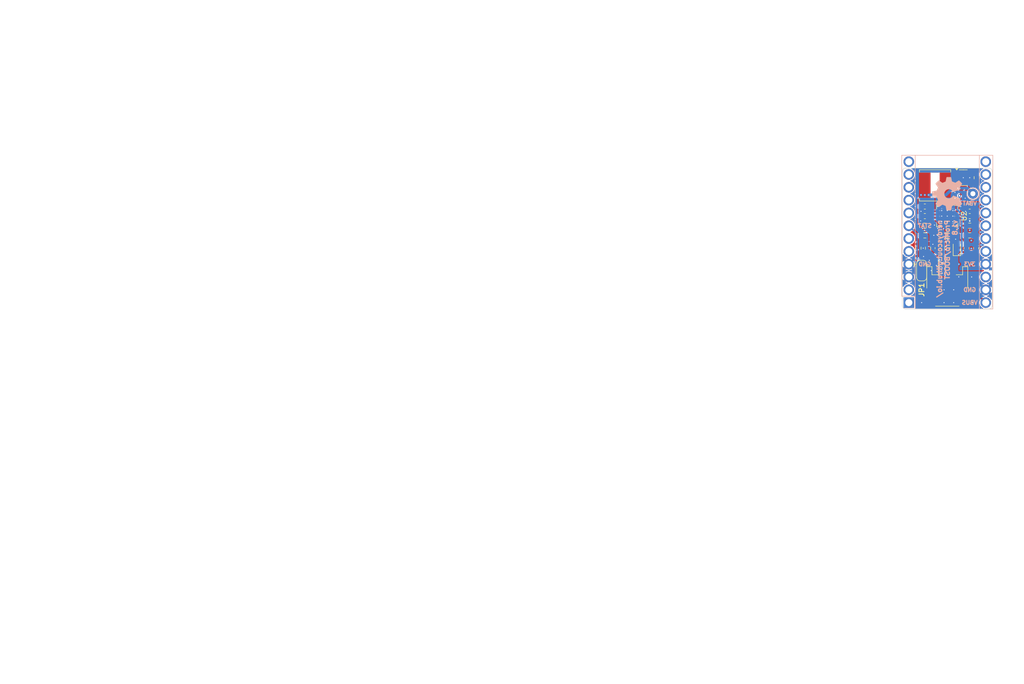
<source format=kicad_pcb>
(kicad_pcb (version 20240108) (generator "pcbnew") (generator_version "8.0")
  (title_block (title "ProMicro_BOOST") (date "2025-01-05") (rev "v1.8") (company "Stefan Herold") (comment 1 "CERN-OHL-S-2.0"))
  (layers (0 "F.Cu" mixed) (1 "In1.Cu" power) (2 "In2.Cu" power) (31 "B.Cu" mixed) (34 "B.Paste" user) (35 "F.Paste" user) (36 "B.SilkS" user "B.Silkscreen") (37 "F.SilkS" user "F.Silkscreen") (38 "B.Mask" user) (39 "F.Mask" user) (44 "Edge.Cuts" user))
  (net 0 "")
  (net 1 "GND")
  (net 2 "Net-(L1-Pad2)")
  (net 3 "Net-(D1-K)")
  (net 4 "Net-(D1-A)")
  (net 5 "+3V3")
  (net 6 "Net-(JP1-A)")
  (net 7 "Net-(U1-PROG)")
  (net 8 "/EN")
  (net 9 "/VBAT")
  (net 10 "STAT")
  (net 11 "VBUS")
  (net 12 "LBO")
  (net 13 "Net-(U2-LBI)")
  (net 14 "Net-(U2-FB)")
  (footprint "Resistor_SMD:R_0603_1608Metric" (layer "F.Cu") (at 217.183 74.14 -90)
    (property "Reference" "R1" (hide yes))
    (property "Value" "390k" (hide yes))
    (fp_line (start -0.237258 0.5225) (end 0.237258 0.5225) (stroke (width 0.12)) (layer "F.SilkS"))
    (fp_line (start -0.237258 -0.5225) (end 0.237258 -0.5225) (stroke (width 0.12)) (layer "F.SilkS"))
    (pad "1" smd roundrect (at -0.825 0 270) (size 0.8 0.95) (layers "F.Cu" "F.Paste" "F.Mask") (net 9 "/VBAT"))
    (pad "2" smd roundrect (at 0.825 0 270) (size 0.8 0.95) (layers "F.Cu" "F.Paste" "F.Mask") (net 6 "Net-(JP1-A)"))
  )
  (footprint "Fuse:Fuse_0603_1608Metric" (layer "F.Cu") (at 220.993 74.14 90)
    (property "Reference" "F1" (hide yes))
    (property "Value" "500mA" (hide yes))
    (fp_line (start -0.162779 -0.51) (end 0.162779 -0.51) (stroke (width 0.12)) (layer "F.SilkS"))
    (fp_line (start -0.162779 0.51) (end 0.162779 0.51) (stroke (width 0.12)) (layer "F.SilkS"))
    (pad "1" smd roundrect (at -0.7875 0 90) (size 0.875 0.95) (layers "F.Cu" "F.Paste" "F.Mask") (net 11 "VBUS"))
    (pad "2" smd roundrect (at 0.7875 0 90) (size 0.875 0.95) (layers "F.Cu" "F.Paste" "F.Mask") (net 4 "Net-(D1-A)"))
  )
  (footprint "Resistor_SMD:R_0603_1608Metric" (layer "F.Cu") (at 216.548 71.6 180)
    (property "Reference" "R5" (hide yes))
    (property "Value" "2.4M" (hide yes))
    (fp_line (start -0.237258 0.5225) (end 0.237258 0.5225) (stroke (width 0.12)) (layer "F.SilkS"))
    (fp_line (start -0.237258 -0.5225) (end 0.237258 -0.5225) (stroke (width 0.12)) (layer "F.SilkS"))
    (pad "1" smd roundrect (at -0.825 0 180) (size 0.8 0.95) (layers "F.Cu" "F.Paste" "F.Mask") (net 9 "/VBAT"))
    (pad "2" smd roundrect (at 0.825 0 180) (size 0.8 0.95) (layers "F.Cu" "F.Paste" "F.Mask") (net 13 "Net-(U2-LBI)"))
  )
  (footprint "Jumper:SolderJumper-3_P1.3mm_Open_RoundedPad1.0x1.5mm" (layer "F.Cu") (at 215.913 78.585 -90)
    (property "Reference" "JP1" (at 3.81 0 90) (layer "F.SilkS") (effects (font (thickness 0.2))))
    (property "Value" "SolderJumper_3_Open" (hide yes))
    (fp_line (start -1.5 1.5) (end -0.9 1.5) (stroke (width 0.12)) (layer "F.SilkS"))
    (fp_line (start -1.2 1.2) (end -1.5 1.5) (stroke (width 0.12)) (layer "F.SilkS"))
    (fp_line (start -1.2 1.2) (end -0.9 1.5) (stroke (width 0.12)) (layer "F.SilkS"))
    (fp_line (start 1.4 1) (end -1.4 1) (stroke (width 0.12)) (layer "F.SilkS"))
    (fp_line (start -2.05 0.3) (end -2.05 -0.3) (stroke (width 0.12)) (layer "F.SilkS"))
    (fp_line (start 2.05 -0.3) (end 2.05 0.3) (stroke (width 0.12)) (layer "F.SilkS"))
    (fp_line (start -1.4 -1) (end 1.4 -1) (stroke (width 0.12)) (layer "F.SilkS"))
    (fp_arc (start -1.35 1) (mid -1.844975 0.794975) (end -2.05 0.3) (stroke (width 0.12)) (layer "F.SilkS"))
    (fp_arc (start 2.05 0.3) (mid 1.844975 0.794975) (end 1.35 1) (stroke (width 0.12)) (layer "F.SilkS"))
    (fp_arc (start -2.05 -0.3) (mid -1.844975 -0.794975) (end -1.35 -1) (stroke (width 0.12)) (layer "F.SilkS"))
    (fp_arc (start 1.35 -1) (mid 1.844975 -0.794975) (end 2.05 -0.3) (stroke (width 0.12)) (layer "F.SilkS"))
    (pad "1" smd custom (at -1.3 0 270) (size 1 0.5) (layers "F.Cu" "F.Mask") (net 6 "Net-(JP1-A)") (options (clearance outline) (anchor rect)) (primitives (gr_circle (center 0 0.25) (end 0.5 0.25) (width 0) (fill yes)) (gr_circle (center 0 -0.25) (end 0.5 -0.25) (width 0) (fill yes)) (gr_poly (pts (xy 0.55 0.75) (xy 0 0.75) (xy 0 -0.75) (xy 0.55 -0.75)) (width 0) (fill yes))))
    (pad "2" smd rect (at 0 0 270) (size 1 1.5) (layers "F.Cu" "F.Mask") (net 10 "STAT"))
    (pad "3" smd custom (at 1.3 0 270) (size 1 0.5) (layers "F.Cu" "F.Mask") (net 12 "LBO") (options (clearance outline) (anchor rect)) (primitives (gr_circle (center 0 0.25) (end 0.5 0.25) (width 0) (fill yes)) (gr_circle (center 0 -0.25) (end 0.5 -0.25) (width 0) (fill yes)) (gr_poly (pts (xy 0 0.75) (xy -0.55 0.75) (xy -0.55 -0.75) (xy 0 -0.75)) (width 0) (fill yes))))
  )
  (footprint "Package_DFN_QFN:Texas_RSA_VQFN-16-1EP_4x4mm_P0.65mm_EP2.7x2.7mm_ThermalVias" (layer "F.Cu") (at 220.993 67.79 -90)
    (property "Reference" "U2" (at 0 -3.33 90) (layer "F.SilkS"))
    (property "Value" "TPS61090")
    (fp_line (start -2.11 2.11) (end -2.11 1.41) (stroke (width 0.12)) (layer "F.SilkS"))
    (fp_line (start -1.41 2.11) (end -2.11 2.11) (stroke (width 0.12)) (layer "F.SilkS"))
    (fp_line (start 1.41 2.11) (end 2.11 2.11) (stroke (width 0.12)) (layer "F.SilkS"))
    (fp_line (start 2.11 2.11) (end 2.11 1.41) (stroke (width 0.12)) (layer "F.SilkS"))
    (fp_line (start -2.11 -1.41) (end -2.11 -1.87) (stroke (width 0.12)) (layer "F.SilkS"))
    (fp_line (start -1.41 -2.11) (end -1.81 -2.11) (stroke (width 0.12)) (layer "F.SilkS"))
    (fp_line (start 1.41 -2.11) (end 2.11 -2.11) (stroke (width 0.12)) (layer "F.SilkS"))
    (fp_line (start 2.11 -2.11) (end 2.11 -1.41) (stroke (width 0.12)) (layer "F.SilkS"))
    (fp_poly (pts (xy -2.11 -2.11) (xy -2.35 -2.44) (xy -1.87 -2.44) (xy -2.11 -2.11)) (stroke (width 0.12)) (fill solid) (layer "F.SilkS"))
    (pad "1" smd roundrect (at -1.9625 -0.975 270) (size 0.825 0.35) (layers "F.Cu" "F.Paste" "F.Mask") (net 5 "+3V3"))
    (pad "2" smd roundrect (at -1.9625 -0.325 270) (size 0.825 0.35) (layers "F.Cu" "F.Paste" "F.Mask"))
    (pad "3" smd roundrect (at -1.9625 0.325 270) (size 0.825 0.35) (layers "F.Cu" "F.Paste" "F.Mask") (net 2 "Net-(L1-Pad2)"))
    (pad "4" smd roundrect (at -1.9625 0.975 270) (size 0.825 0.35) (layers "F.Cu" "F.Paste" "F.Mask") (net 2 "Net-(L1-Pad2)"))
    (pad "5" smd roundrect (at -0.975 1.9625 270) (size 0.35 0.825) (layers "F.Cu" "F.Paste" "F.Mask") (net 1 "GND"))
    (pad "6" smd roundrect (at -0.325 1.9625 270) (size 0.35 0.825) (layers "F.Cu" "F.Paste" "F.Mask") (net 1 "GND"))
    (pad "7" smd roundrect (at 0.325 1.9625 270) (size 0.35 0.825) (layers "F.Cu" "F.Paste" "F.Mask") (net 1 "GND"))
    (pad "8" smd roundrect (at 0.975 1.9625 270) (size 0.35 0.825) (layers "F.Cu" "F.Paste" "F.Mask") (net 9 "/VBAT"))
    (pad "9" smd roundrect (at 1.9625 0.975 270) (size 0.825 0.35) (layers "F.Cu" "F.Paste" "F.Mask") (net 13 "Net-(U2-LBI)"))
    (pad "10" smd roundrect (at 1.9625 0.325 270) (size 0.825 0.35) (layers "F.Cu" "F.Paste" "F.Mask") (net 1 "GND"))
    (pad "11" smd roundrect (at 1.9625 -0.325 270) (size 0.825 0.35) (layers "F.Cu" "F.Paste" "F.Mask") (net 8 "/EN"))
    (pad "12" smd roundrect (at 1.9625 -0.975 270) (size 0.825 0.35) (layers "F.Cu" "F.Paste" "F.Mask") (net 12 "LBO"))
    (pad "13" smd roundrect (at 0.975 -1.9625 270) (size 0.35 0.825) (layers "F.Cu" "F.Paste" "F.Mask") (net 1 "GND"))
    (pad "14" smd roundrect (at 0.325 -1.9625 270) (size 0.35 0.825) (layers "F.Cu" "F.Paste" "F.Mask") (net 14 "Net-(U2-FB)"))
    (pad "15" smd roundrect (at -0.325 -1.9625 270) (size 0.35 0.825) (layers "F.Cu" "F.Paste" "F.Mask") (net 5 "+3V3"))
    (pad "16" smd roundrect (at -0.975 -1.9625 270) (size 0.35 0.825) (layers "F.Cu" "F.Paste" "F.Mask") (net 5 "+3V3"))
    (pad "17" thru_hole circle (at -1.1 -1.1 270) (size 0.5 0.5) (drill 0.2) (property pad_prop_heatsink) (layers "*.Cu") (net 1 "GND"))
    (pad "17" thru_hole circle (at -1.1 0 270) (size 0.5 0.5) (drill 0.2) (property pad_prop_heatsink) (layers "*.Cu") (net 1 "GND"))
    (pad "17" thru_hole circle (at -1.1 1.1 270) (size 0.5 0.5) (drill 0.2) (property pad_prop_heatsink) (layers "*.Cu") (net 1 "GND"))
    (pad "17" thru_hole circle (at 0 -1.1 270) (size 0.5 0.5) (drill 0.2) (property pad_prop_heatsink) (layers "*.Cu") (net 1 "GND"))
    (pad "17" thru_hole circle (at 0 0 270) (size 0.5 0.5) (drill 0.2) (property pad_prop_heatsink) (layers "*.Cu") (net 1 "GND"))
    (pad "17" smd rect (at 0 0 270) (size 2.7 2.7) (property pad_prop_heatsink) (layers "F.Cu" "F.Mask") (net 1 "GND"))
    (pad "17" smd rect (at 0 0 270) (size 2.7 2.7) (property pad_prop_heatsink) (layers "B.Cu") (net 1 "GND"))
    (pad "17" thru_hole circle (at 0 1.1 270) (size 0.5 0.5) (drill 0.2) (property pad_prop_heatsink) (layers "*.Cu") (net 1 "GND"))
    (pad "17" thru_hole circle (at 1.1 -1.1 270) (size 0.5 0.5) (drill 0.2) (property pad_prop_heatsink) (layers "*.Cu") (net 1 "GND"))
    (pad "17" thru_hole circle (at 1.1 0 270) (size 0.5 0.5) (drill 0.2) (property pad_prop_heatsink) (layers "*.Cu") (net 1 "GND"))
    (pad "17" thru_hole circle (at 1.1 1.1 270) (size 0.5 0.5) (drill 0.2) (property pad_prop_heatsink) (layers "*.Cu") (net 1 "GND"))
  )
  (footprint "Resistor_SMD:R_0603_1608Metric" (layer "F.Cu") (at 220.993 71.6 180)
    (property "Reference" "R4" (hide yes))
    (property "Value" "200k" (hide yes))
    (fp_line (start -0.237258 0.5225) (end 0.237258 0.5225) (stroke (width 0.12)) (layer "F.SilkS"))
    (fp_line (start -0.237258 -0.5225) (end 0.237258 -0.5225) (stroke (width 0.12)) (layer "F.SilkS"))
    (pad "1" smd roundrect (at -0.825 0 180) (size 0.8 0.95) (layers "F.Cu" "F.Paste" "F.Mask") (net 8 "/EN"))
    (pad "2" smd roundrect (at 0.825 0 180) (size 0.8 0.95) (layers "F.Cu" "F.Paste" "F.Mask") (net 9 "/VBAT"))
  )
  (footprint "Resistor_SMD:R_0603_1608Metric" (layer "F.Cu") (at 225.438 69.695 180)
    (property "Reference" "R7" (hide yes))
    (property "Value" "1.1M" (hide yes))
    (fp_line (start -0.237258 0.5225) (end 0.237258 0.5225) (stroke (width 0.12)) (layer "F.SilkS"))
    (fp_line (start -0.237258 -0.5225) (end 0.237258 -0.5225) (stroke (width 0.12)) (layer "F.SilkS"))
    (pad "1" smd roundrect (at -0.825 0 180) (size 0.8 0.95) (layers "F.Cu" "F.Paste" "F.Mask") (net 5 "+3V3"))
    (pad "2" smd roundrect (at 0.825 0 180) (size 0.8 0.95) (layers "F.Cu" "F.Paste" "F.Mask") (net 14 "Net-(U2-FB)"))
  )
  (footprint "Resistor_SMD:R_0603_1608Metric" (layer "F.Cu") (at 215.278 74.14 90)
    (property "Reference" "R2" (hide yes))
    (property "Value" "390k" (hide yes))
    (fp_line (start -0.237258 -0.5225) (end 0.237258 -0.5225) (stroke (width 0.12)) (layer "F.SilkS"))
    (fp_line (start -0.237258 0.5225) (end 0.237258 0.5225) (stroke (width 0.12)) (layer "F.SilkS"))
    (pad "1" smd roundrect (at -0.825 0 90) (size 0.8 0.95) (layers "F.Cu" "F.Paste" "F.Mask") (net 6 "Net-(JP1-A)"))
    (pad "2" smd roundrect (at 0.825 0 90) (size 0.8 0.95) (layers "F.Cu" "F.Paste" "F.Mask") (net 1 "GND"))
  )
  (footprint "Diode_SMD:D_0603_1608Metric" (layer "F.Cu") (at 222.898 74.14 90)
    (property "Reference" "D1" (hide yes))
    (property "Value" "D" (hide yes))
    (fp_line (start 0.8 -0.735) (end -1.485 -0.735) (stroke (width 0.12)) (layer "F.SilkS"))
    (fp_line (start -1.485 -0.735) (end -1.485 0.735) (stroke (width 0.12)) (layer "F.SilkS"))
    (fp_line (start -1.485 0.735) (end 0.8 0.735) (stroke (width 0.12)) (layer "F.SilkS"))
    (pad "1" smd roundrect (at -0.7875 0 90) (size 0.875 0.95) (layers "F.Cu" "F.Paste" "F.Mask") (net 3 "Net-(D1-K)"))
    (pad "2" smd roundrect (at 0.7875 0 90) (size 0.875 0.95) (layers "F.Cu" "F.Paste" "F.Mask") (net 4 "Net-(D1-A)"))
  )
  (footprint "Resistor_SMD:R_0603_1608Metric" (layer "F.Cu") (at 216.548 69.695)
    (property "Reference" "R6" (hide yes))
    (property "Value" "390k" (hide yes))
    (fp_line (start -0.237258 -0.5225) (end 0.237258 -0.5225) (stroke (width 0.12)) (layer "F.SilkS"))
    (fp_line (start -0.237258 0.5225) (end 0.237258 0.5225) (stroke (width 0.12)) (layer "F.SilkS"))
    (pad "1" smd roundrect (at -0.825 0) (size 0.8 0.95) (layers "F.Cu" "F.Paste" "F.Mask") (net 13 "Net-(U2-LBI)"))
    (pad "2" smd roundrect (at 0.825 0) (size 0.8 0.95) (layers "F.Cu" "F.Paste" "F.Mask") (net 1 "GND"))
  )
  (footprint "Capacitor_SMD:C_0603_1608Metric" (layer "F.Cu") (at 226.708 74.14 -90)
    (property "Reference" "C2" (hide yes))
    (property "Value" "100n" (hide yes))
    (fp_line (start -0.14058 0.51) (end 0.14058 0.51) (stroke (width 0.12)) (layer "F.SilkS"))
    (fp_line (start -0.14058 -0.51) (end 0.14058 -0.51) (stroke (width 0.12)) (layer "F.SilkS"))
    (pad "1" smd roundrect (at -0.775 0 270) (size 0.9 0.95) (layers "F.Cu" "F.Paste" "F.Mask") (net 1 "GND"))
    (pad "2" smd roundrect (at 0.775 0 270) (size 0.9 0.95) (layers "F.Cu" "F.Paste" "F.Mask") (net 3 "Net-(D1-K)"))
  )
  (footprint "Capacitor_SMD:C_0603_1608Metric" (layer "F.Cu") (at 224.803 74.14 90)
    (property "Reference" "C1" (hide yes))
    (property "Value" "10µ" (hide yes))
    (fp_line (start -0.14058 -0.51) (end 0.14058 -0.51) (stroke (width 0.12)) (layer "F.SilkS"))
    (fp_line (start -0.14058 0.51) (end 0.14058 0.51) (stroke (width 0.12)) (layer "F.SilkS"))
    (pad "1" smd roundrect (at -0.775 0 90) (size 0.9 0.95) (layers "F.Cu" "F.Paste" "F.Mask") (net 3 "Net-(D1-K)"))
    (pad "2" smd roundrect (at 0.775 0 90) (size 0.9 0.95) (layers "F.Cu" "F.Paste" "F.Mask") (net 1 "GND"))
  )
  (footprint "Capacitor_SMD:C_0603_1608Metric" (layer "F.Cu") (at 225.438 67.79)
    (property "Reference" "C7" (hide yes))
    (property "Value" "4.7µ" (hide yes))
    (fp_line (start -0.14058 -0.51) (end 0.14058 -0.51) (stroke (width 0.12)) (layer "F.SilkS"))
    (fp_line (start -0.14058 0.51) (end 0.14058 0.51) (stroke (width 0.12)) (layer "F.SilkS"))
    (pad "1" smd roundrect (at -0.775 0) (size 0.9 0.95) (layers "F.Cu" "F.Paste" "F.Mask") (net 5 "+3V3"))
    (pad "2" smd roundrect (at 0.775 0) (size 0.9 0.95) (layers "F.Cu" "F.Paste" "F.Mask") (net 1 "GND"))
  )
  (footprint "Capacitor_SMD:C_0603_1608Metric" (layer "F.Cu") (at 219.088 74.14 -90)
    (property "Reference" "C5" (hide yes))
    (property "Value" "100n" (hide yes))
    (fp_line (start -0.14058 0.51) (end 0.14058 0.51) (stroke (width 0.12)) (layer "F.SilkS"))
    (fp_line (start -0.14058 -0.51) (end 0.14058 -0.51) (stroke (width 0.12)) (layer "F.SilkS"))
    (pad "1" smd roundrect (at -0.775 0 270) (size 0.9 0.95) (layers "F.Cu" "F.Paste" "F.Mask") (net 9 "/VBAT"))
    (pad "2" smd roundrect (at 0.775 0 270) (size 0.9 0.95) (layers "F.Cu" "F.Paste" "F.Mask") (net 1 "GND"))
  )
  (footprint "Capacitor_SMD:C_0603_1608Metric" (layer "F.Cu") (at 225.438 65.885)
    (property "Reference" "C6" (hide yes))
    (property "Value" "1µ" (hide yes))
    (fp_line (start -0.14058 -0.51) (end 0.14058 -0.51) (stroke (width 0.12)) (layer "F.SilkS"))
    (fp_line (start -0.14058 0.51) (end 0.14058 0.51) (stroke (width 0.12)) (layer "F.SilkS"))
    (pad "1" smd roundrect (at -0.775 0) (size 0.9 0.95) (layers "F.Cu" "F.Paste" "F.Mask") (net 5 "+3V3"))
    (pad "2" smd roundrect (at 0.775 0) (size 0.9 0.95) (layers "F.Cu" "F.Paste" "F.Mask") (net 1 "GND"))
  )
  (footprint "Capacitor_SMD:C_0603_1608Metric" (layer "F.Cu") (at 216.548 65.885 180)
    (property "Reference" "C3" (hide yes))
    (property "Value" "4.7µ" (hide yes))
    (fp_line (start -0.14058 0.51) (end 0.14058 0.51) (stroke (width 0.12)) (layer "F.SilkS"))
    (fp_line (start -0.14058 -0.51) (end 0.14058 -0.51) (stroke (width 0.12)) (layer "F.SilkS"))
    (pad "1" smd roundrect (at -0.775 0 180) (size 0.9 0.95) (layers "F.Cu" "F.Paste" "F.Mask") (net 1 "GND"))
    (pad "2" smd roundrect (at 0.775 0 180) (size 0.9 0.95) (layers "F.Cu" "F.Paste" "F.Mask") (net 9 "/VBAT"))
  )
  (footprint "Capacitor_SMD:C_0603_1608Metric" (layer "F.Cu") (at 216.548 67.79 180)
    (property "Reference" "C4" (hide yes))
    (property "Value" "10µ" (hide yes))
    (fp_line (start -0.14058 0.51) (end 0.14058 0.51) (stroke (width 0.12)) (layer "F.SilkS"))
    (fp_line (start -0.14058 -0.51) (end 0.14058 -0.51) (stroke (width 0.12)) (layer "F.SilkS"))
    (pad "1" smd roundrect (at -0.775 0 180) (size 0.9 0.95) (layers "F.Cu" "F.Paste" "F.Mask") (net 1 "GND"))
    (pad "2" smd roundrect (at 0.775 0 180) (size 0.9 0.95) (layers "F.Cu" "F.Paste" "F.Mask") (net 9 "/VBAT"))
  )
  (footprint "Resistor_SMD:R_0603_1608Metric" (layer "F.Cu") (at 225.438 71.6)
    (property "Reference" "R8" (hide yes))
    (property "Value" "200k" (hide yes))
    (fp_line (start -0.237258 -0.5225) (end 0.237258 -0.5225) (stroke (width 0.12)) (layer "F.SilkS"))
    (fp_line (start -0.237258 0.5225) (end 0.237258 0.5225) (stroke (width 0.12)) (layer "F.SilkS"))
    (pad "1" smd roundrect (at -0.825 0) (size 0.8 0.95) (layers "F.Cu" "F.Paste" "F.Mask") (net 14 "Net-(U2-FB)"))
    (pad "2" smd roundrect (at 0.825 0) (size 0.8 0.95) (layers "F.Cu" "F.Paste" "F.Mask") (net 1 "GND"))
  )
  (footprint "Resistor_SMD:R_0603_1608Metric" (layer "F.Cu") (at 226.835 60.17 90)
    (property "Reference" "R3" (hide yes))
    (property "Value" "2k" (hide yes))
    (fp_line (start -0.237258 -0.5225) (end 0.237258 -0.5225) (stroke (width 0.12)) (layer "F.SilkS"))
    (fp_line (start -0.237258 0.5225) (end 0.237258 0.5225) (stroke (width 0.12)) (layer "F.SilkS"))
    (pad "1" smd roundrect (at -0.825 0 90) (size 0.8 0.95) (layers "F.Cu" "F.Paste" "F.Mask") (net 1 "GND"))
    (pad "2" smd roundrect (at 0.825 0 90) (size 0.8 0.95) (layers "F.Cu" "F.Paste" "F.Mask") (net 7 "Net-(U1-PROG)"))
  )
  (footprint "Inductor_SMD:L_Bourns_SRN6045TA" (layer "F.Cu") (at 218.58 61.694)
    (property "Reference" "L1" (hide yes))
    (property "Value" "6.8µ/2A" (hide yes))
    (fp_line (start -3.1 -3.1) (end -3.1 -2.65) (stroke (width 0.12)) (layer "F.SilkS"))
    (fp_line (start -3.1 -3.1) (end 3.1 -3.1) (stroke (width 0.12)) (layer "F.SilkS"))
    (fp_line (start -3.1 3.1) (end -3.1 2.65) (stroke (width 0.12)) (layer "F.SilkS"))
    (fp_line (start 3.1 -3.1) (end 3.1 -2.65) (stroke (width 0.12)) (layer "F.SilkS"))
    (fp_line (start 3.1 3.1) (end -3.1 3.1) (stroke (width 0.12)) (layer "F.SilkS"))
    (fp_line (start 3.1 3.1) (end 3.1 2.65) (stroke (width 0.12)) (layer "F.SilkS"))
    (pad "1" smd rect (at -2.075 0) (size 2.35 5.1) (layers "F.Cu" "F.Paste" "F.Mask") (net 9 "/VBAT"))
    (pad "2" smd rect (at 2.075 0) (size 2.35 5.1) (layers "F.Cu" "F.Paste" "F.Mask") (net 2 "Net-(L1-Pad2)"))
  )
  (footprint "Package_TO_SOT_SMD:SOT-23-5" (layer "F.Cu") (at 224.168 60.17)
    (property "Reference" "U1" (hide yes))
    (property "Value" "MCP73831-2-OT" (hide yes))
    (fp_line (start 0 -1.56) (end -0.8 -1.56) (stroke (width 0.12)) (layer "F.SilkS"))
    (fp_line (start 0 -1.56) (end 0.8 -1.56) (stroke (width 0.12)) (layer "F.SilkS"))
    (fp_line (start 0 1.56) (end -0.8 1.56) (stroke (width 0.12)) (layer "F.SilkS"))
    (fp_line (start 0 1.56) (end 0.8 1.56) (stroke (width 0.12)) (layer "F.SilkS"))
    (fp_poly (pts (xy -1.3 -1.51) (xy -1.54 -1.84) (xy -1.06 -1.84) (xy -1.3 -1.51)) (stroke (width 0.12)) (fill solid) (layer "F.SilkS"))
    (pad "1" smd roundrect (at -1.1375 -0.95) (size 1.325 0.6) (layers "F.Cu" "F.Paste" "F.Mask"))
    (pad "2" smd roundrect (at -1.1375 0) (size 1.325 0.6) (layers "F.Cu" "F.Paste" "F.Mask") (net 1 "GND"))
    (pad "3" smd roundrect (at -1.1375 0.95) (size 1.325 0.6) (layers "F.Cu" "F.Paste" "F.Mask") (net 9 "/VBAT"))
    (pad "4" smd roundrect (at 1.1375 0.95) (size 1.325 0.6) (layers "F.Cu" "F.Paste" "F.Mask") (net 3 "Net-(D1-K)"))
    (pad "5" smd roundrect (at 1.1375 -0.95) (size 1.325 0.6) (layers "F.Cu" "F.Paste" "F.Mask") (net 7 "Net-(U1-PROG)"))
  )
  (footprint "Connector_JST:JST_PH_S2B-PH-SM4-TB_1x02-1MP_P2.00mm_Horizontal" (layer "F.Cu") (at 220.993 81.125)
    (property "Reference" "J1" (hide yes))
    (property "Value" "JST" (hide yes))
    (fp_line (start -4.06 -3.31) (end -3.04 -3.31) (stroke (width 0.12)) (layer "F.SilkS"))
    (fp_line (start -4.06 0.94) (end -4.06 -3.31) (stroke (width 0.12)) (layer "F.SilkS"))
    (fp_line (start -3.04 -3.31) (end -3.04 -1.71) (stroke (width 0.12)) (layer "F.SilkS"))
    (fp_line (start -3.04 -1.71) (end -1.76 -1.71) (stroke (width 0.12)) (layer "F.SilkS"))
    (fp_line (start -2.34 4.51) (end 2.34 4.51) (stroke (width 0.12)) (layer "F.SilkS"))
    (fp_line (start -1.76 -1.71) (end -1.76 -4.6) (stroke (width 0.12)) (layer "F.SilkS"))
    (fp_line (start 3.04 -3.31) (end 3.04 -1.71) (stroke (width 0.12)) (layer "F.SilkS"))
    (fp_line (start 3.04 -1.71) (end 1.76 -1.71) (stroke (width 0.12)) (layer "F.SilkS"))
    (fp_line (start 4.06 -3.31) (end 3.04 -3.31) (stroke (width 0.12)) (layer "F.SilkS"))
    (fp_line (start 4.06 0.94) (end 4.06 -3.31) (stroke (width 0.12)) (layer "F.SilkS"))
    (pad "1" smd roundrect (at -1 -2.85) (size 1 3.5) (layers "F.Cu" "F.Paste" "F.Mask") (net 9 "/VBAT"))
    (pad "2" smd roundrect (at 1 -2.85) (size 1 3.5) (layers "F.Cu" "F.Paste" "F.Mask") (net 1 "GND"))
    (pad "MP" smd roundrect (at -3.35 2.9) (size 1.5 3.4) (layers "F.Cu" "F.Paste" "F.Mask") (roundrect_rratio 0.166667))
    (pad "MP" smd roundrect (at 3.35 2.9) (size 1.5 3.4) (layers "F.Cu" "F.Paste" "F.Mask") (roundrect_rratio 0.166667))
  )
  (footprint "TestPoint:TestPoint_THTPad_D2.0mm_Drill1.0mm" (layer "B.Cu") (at 226.073 63.345)
    (property "Reference" "TP1" (hide yes))
    (property "Value" "VBAT" (at -0.635 1.905 0) (layer "B.SilkS") (effects (font (size 0.8 0.8) (thickness 0.2)) (justify mirror)))
    (fp_circle (center 0 0) (end 0 -1.2) (stroke (width 0.12)) (fill none) (layer "B.SilkS"))
    (pad "1" thru_hole circle (at 0 0) (size 2 2) (drill 1) (layers "*.Cu" "*.Mask") (net 9 "/VBAT"))
  )
  (footprint "Symbol:OSHW-Symbol_6.7x6mm_SilkScreen" (layer "B.Cu") (at 220.993 63.345 -90)
    (property "Reference" "LOGO1" (hide yes))
    (property "Value" "Logo_Open_Hardware_Small" (hide yes))
    (fp_poly (pts (xy 0.555814 2.531069) (xy 0.639635 2.086445) (xy 0.94892 1.958947) (xy 1.258206 1.831449) (xy 1.629246 2.083754) (xy 1.733157 2.154004) (xy 1.827087 2.216728) (xy 1.906652 2.269062) (xy 1.96747 2.308143) (xy 2.005157 2.331107) (xy 2.015421 2.336058) (xy 2.03391 2.323324) (xy 2.07342 2.288118) (xy 2.129522 2.234938) (xy 2.197787 2.168282) (xy 2.273786 2.092646) (xy 2.353092 2.012528) (xy 2.431275 1.932426) (xy 2.503907 1.856836) (xy 2.566559 1.790255) (xy 2.614803 1.737182) (xy 2.64421 1.702113) (xy 2.651241 1.690377) (xy 2.641123 1.66874) (xy 2.612759 1.621338) (xy 2.569129 1.552807) (xy 2.513218 1.467785) (xy 2.448006 1.370907) (xy 2.410219 1.31565) (xy 2.341343 1.214752) (xy 2.28014 1.123701) (xy 2.229578 1.04703) (xy 2.192628 0.989272) (xy 2.172258 0.954957) (xy 2.169197 0.947746) (xy 2.176136 0.927252) (xy 2.195051 0.879487) (xy 2.223087 0.811168) (xy 2.257391 0.729011) (xy 2.295109 0.63973) (xy 2.333387 0.550042) (xy 2.36937 0.466662) (xy 2.400206 0.396306) (xy 2.423039 0.34569) (xy 2.435017 0.321529) (xy 2.435724 0.320578) (xy 2.454531 0.315964) (xy 2.504618 0.305672) (xy 2.580793 0.290713) (xy 2.677865 0.272099) (xy 2.790643 0.250841) (xy 2.856442 0.238582) (xy 2.97695 0.215638) (xy 3.085797 0.193805) (xy 3.177476 0.174278) (xy 3.246481 0.158252) (xy 3.287304 0.146921) (xy 3.295511 0.143326) (xy 3.303548 0.118994) (xy 3.310033 0.064041) (xy 3.31497 -0.015108) (xy 3.318364 -0.112026) (xy 3.320218 -0.220287) (xy 3.320538 -0.333465) (xy 3.319327 -0.445135) (xy 3.31659 -0.548868) (xy 3.312331 -0.638241) (xy 3.306555 -0.706826) (xy 3.299267 -0.748197) (xy 3.294895 -0.75681) (xy 3.268764 -0.767133) (xy 3.213393 -0.781892) (xy 3.136107 -0.799352) (xy 3.04423 -0.81778) (xy 3.012158 -0.823741) (xy 2.857524 -0.852066) (xy 2.735375 -0.874876) (xy 2.641673 -0.89308) (xy 2.572384 -0.907583) (xy 2.523471 -0.919292) (xy 2.490897 -0.929115) (xy 2.470628 -0.937956) (xy 2.458626 -0.946724) (xy 2.456947 -0.948457) (xy 2.440184 -0.976371) (xy 2.414614 -1.030695) (xy 2.382788 -1.104777) (xy 2.34726 -1.191965) (xy 2.310583 -1.285608) (xy 2.275311 -1.379052) (xy 2.243996 -1.465647) (xy 2.219193 -1.53874) (xy 2.203454 -1.591678) (xy 2.199332 -1.617811) (xy 2.199676 -1.618726) (xy 2.213641 -1.640086) (xy 2.245322 -1.687084) (xy 2.291391 -1.754827) (xy 2.348518 -1.838423) (xy 2.413373 -1.932982) (xy 2.431843 -1.959854) (xy 2.497699 -2.057275) (xy 2.55565 -2.146163) (xy 2.602538 -2.221412) (xy 2.635207 -2.27792) (xy 2.6505 -2.310581) (xy 2.651241 -2.314593) (xy 2.638392 -2.335684) (xy 2.602888 -2.377464) (xy 2.549293 -2.435445) (xy 2.482171 -2.505135) (xy 2.406087 -2.582045) (xy 2.325604 -2.661683) (xy 2.245287 -2.739561) (xy 2.169699 -2.811186) (xy 2.103405 -2.87207) (xy 2.050969 -2.917721) (xy 2.016955 -2.94365) (xy 2.007545 -2.947883) (xy 1.985643 -2.937912) (xy 1.9408 -2.91102) (xy 1.880321 -2.871736) (xy 1.833789 -2.840117) (xy 1.749475 -2.782098) (xy 1.649626 -2.713784) (xy 1.549473 -2.645579) (xy 1.495627 -2.609075) (xy 1.313371 -2.4858) (xy 1.160381 -2.56852) (xy 1.090682 -2.604759) (xy 1.031414 -2.632926) (xy 0.991311 -2.648991) (xy 0.981103 -2.651226) (xy 0.968829 -2.634722) (xy 0.944613 -2.588082) (xy 0.910263 -2.515609) (xy 0.867588 -2.421606) (xy 0.818394 -2.310374) (xy 0.76449 -2.186215) (xy 0.707684 -2.053432) (xy 0.649782 -1.916327) (xy 0.592593 -1.779202) (xy 0.537924 -1.646358) (xy 0.487584 -1.522098) (xy 0.44338 -1.410725) (xy 0.407119 -1.316539) (xy 0.380609 -1.243844) (xy 0.365658 -1.196941) (xy 0.363254 -1.180833) (xy 0.382311 -1.160286) (xy 0.424036 -1.126933) (xy 0.479706 -1.087702) (xy 0.484378 -1.084599) (xy 0.628264 -0.969423) (xy 0.744283 -0.835053) (xy 0.83143 -0.685784) (xy 0.888699 -0.525913) (xy 0.915086 -0.359737) (xy 0.909585 -0.191552) (xy 0.87119 -0.025655) (xy 0.798895 0.133658) (xy 0.777626 0.168513) (xy 0.666996 0.309263) (xy 0.536302 0.422286) (xy 0.390064 0.506997) (xy 0.232808 0.562806) (xy 0.069057 0.589126) (xy -0.096667 0.58537) (xy -0.259838 0.55095) (xy -0.415935 0.485277) (xy -0.560433 0.387765) (xy -0.605131 0.348187) (xy -0.718888 0.224297) (xy -0.801782 0.093876) (xy -0.858644 -0.052315) (xy -0.890313 -0.197088) (xy -0.898131 -0.35986) (xy -0.872062 -0.52344) (xy -0.814755 -0.682298) (xy -0.728856 -0.830906) (xy -0.617014 -0.963735) (xy -0.481877 -1.075256) (xy -0.464117 -1.087011) (xy -0.40785 -1.125508) (xy -0.365077 -1.158863) (xy -0.344628 -1.18016) (xy -0.344331 -1.180833) (xy -0.348721 -1.203871) (xy -0.366124 -1.256157) (xy -0.394732 -1.33339) (xy -0.432735 -1.431268) (xy -0.478326 -1.545491) (xy -0.529697 -1.671758) (xy -0.585038 -1.805767) (xy -0.642542 -1.943218) (xy -0.700399 -2.079808) (xy -0.756802 -2.211237) (xy -0.809942 -2.333205) (xy -0.85801 -2.441409) (xy -0.899199 -2.531549) (xy -0.931699 -2.599323) (xy -0.953703 -2.64043) (xy -0.962564 -2.651226) (xy -0.98964 -2.642819) (xy -1.040303 -2.620272) (xy -1.105817 -2.587613) (xy -1.141841 -2.56852) (xy -1.294832 -2.4858) (xy -1.477088 -2.609075) (xy -1.570125 -2.672228) (xy -1.671985 -2.741727) (xy -1.767438 -2.807165) (xy -1.81525 -2.840117) (xy -1.882495 -2.885273) (xy -1.939436 -2.921057) (xy -1.978646 -2.942938) (xy -1.991381 -2.947563) (xy -2.009917 -2.935085) (xy -2.050941 -2.900252) (xy -2.110475 -2.846678) (xy -2.184542 -2.777983) (xy -2.269165 -2.697781) (xy -2.322685 -2.646286) (xy -2.416319 -2.554286) (xy -2.497241 -2.471999) (xy -2.562177 -2.402945) (xy -2.607858 -2.350644) (xy -2.631011 -2.318616) (xy -2.633232 -2.312116) (xy -2.622924 -2.287394) (xy -2.594439 -2.237405) (xy -2.550937 -2.167212) (xy -2.495577 -2.081875) (xy -2.43152 -1.986456) (xy -2.413303 -1.959854) (xy -2.346927 -1.863167) (xy -2.287378 -1.776117) (xy -2.237984 -1.703595) (xy -2.202075 -1.650493) (xy -2.182981 -1.621703) (xy -2.181136 -1.618726) (xy -2.183895 -1.595782) (xy -2.198538 -1.545336) (xy -2.222513 -1.474041) (xy -2.253266 -1.388547) (xy -2.288244 -1.295507) (xy -2.324893 -1.201574) (xy -2.360661 -1.113399) (xy -2.392994 -1.037634) (xy -2.419338 -0.980931) (xy -2.437142 -0.949943) (xy -2.438407 -0.948457) (xy -2.449294 -0.939601) (xy -2.467682 -0.930843) (xy -2.497606 -0.921277) (xy -2.543103 -0.909996) (xy -2.608209 -0.896093) (xy -2.696961 -0.878663) (xy -2.813393 -0.856798) (xy -2.961542 -0.829591) (xy -2.993618 -0.823741) (xy -3.088686 -0.805374) (xy -3.171565 -0.787405) (xy -3.23493 -0.771569) (xy -3.271458 -0.7596) (xy -3.276356 -0.75681) (xy -3.284427 -0.732072) (xy -3.290987 -0.67679) (xy -3.296033 -0.597389) (xy -3.299559 -0.500296) (xy -3.301561 -0.391938) (xy -3.302036 -0.27874) (xy -3.300977 -0.167128) (xy -3.298382 -0.063529) (xy -3.294246 0.025632) (xy -3.288563 0.093928) (xy -3.281331 0.134934) (xy -3.276971 0.143326) (xy -3.252698 0.151792) (xy -3.197426 0.165565) (xy -3.116662 0.18345) (xy -3.015912 0.204252) (xy -2.900683 0.226777) (xy -2.837902 0.238582) (xy -2.718787 0.260849) (xy -2.612565 0.281021) (xy -2.524427 0.298085) (xy -2.459566 0.311031) (xy -2.423174 0.318845) (xy -2.417184 0.320578) (xy -2.407061 0.34011) (xy -2.385662 0.387157) (xy -2.355839 0.454997) (xy -2.320445 0.536909) (xy -2.282332 0.626172) (xy -2.244353 0.716065) (xy -2.20936 0.799865) (xy -2.180206 0.870853) (xy -2.159743 0.922306) (xy -2.150823 0.947503) (xy -2.150657 0.948604) (xy -2.160769 0.968481) (xy -2.189117 1.014223) (xy -2.232723 1.081283) (xy -2.288606 1.165116) (xy -2.353787 1.261174) (xy -2.391679 1.31635) (xy -2.460725 1.417519) (xy -2.52205 1.50937) (xy -2.572663 1.587256) (xy -2.609571 1.646531) (xy -2.629782 1.682549) (xy -2.632701 1.690623) (xy -2.620153 1.709416) (xy -2.585463 1.749543) (xy -2.533063 1.806507) (xy -2.467384 1.875815) (xy -2.392856 1.952969) (xy -2.313913 2.033475) (xy -2.234983 2.112837) (xy -2.1605 2.18656) (xy -2.094894 2.250148) (xy -2.042596 2.299106) (xy -2.008039 2.328939) (xy -1.996478 2.336058) (xy -1.977654 2.326047) (xy -1.932631 2.297922) (xy -1.865787 2.254546) (xy -1.781499 2.198782) (xy -1.684144 2.133494) (xy -1.610707 2.083754) (xy -1.239667 1.831449) (xy -0.621095 2.086445) (xy -0.537275 2.531069) (xy -0.453454 2.975693) (xy 0.471994 2.975693) (xy 0.555814 2.531069)) (stroke (width 0.01)) (fill solid) (layer "B.SilkS"))
  )
  (footprint "lib:ProMicro" (layer "B.Cu") (at 213.373 84.935)
    (property "Reference" "A1" (hide yes))
    (property "Value" "Sparkfun_Pro_Micro")
    (fp_line (start -1.4 -29.21) (end 16.64 -29.21) (stroke (width 0.12)) (layer "B.SilkS"))
    (fp_line (start -1.4 -1.27) (end -1.4 -29.21) (stroke (width 0.12)) (layer "B.SilkS"))
    (fp_line (start 1.27 -1.27) (end -1.4 -1.27) (stroke (width 0.12)) (layer "B.SilkS"))
    (fp_line (start 1.27 1.27) (end 1.27 -29.21) (stroke (width 0.12)) (layer "B.SilkS"))
    (fp_line (start 13.97 1.27) (end 13.97 -29.21) (stroke (width 0.12)) (layer "B.SilkS"))
    (fp_line (start 16.64 -29.21) (end 16.64 1.27) (stroke (width 0.12)) (layer "B.SilkS"))
    (fp_line (start 16.64 1.27) (end 1.27 1.27) (stroke (width 0.12)) (layer "B.SilkS"))
    (pad "1" thru_hole rect (at 0 0) (size 2.1 2.1) (drill 1.4) (layers "*.Cu" "*.Mask"))
    (pad "2" thru_hole circle (at 0 -2.54) (size 2.1 2.1) (drill 1.4) (layers "*.Cu" "*.Mask"))
    (pad "3" thru_hole circle (at 0 -5.08) (size 2.1 2.1) (drill 1.4) (layers "*.Cu" "*.Mask") (net 1 "GND"))
    (pad "4" thru_hole circle (at 0 -7.62) (size 2.1 2.1) (drill 1.4) (layers "*.Cu" "*.Mask") (net 1 "GND"))
    (pad "5" thru_hole circle (at 0 -10.16) (size 2.1 2.1) (drill 1.4) (layers "*.Cu" "*.Mask"))
    (pad "6" thru_hole circle (at 0 -12.7) (size 2.1 2.1) (drill 1.4) (layers "*.Cu" "*.Mask"))
    (pad "7" thru_hole circle (at 0 -15.24) (size 2.1 2.1) (drill 1.4) (layers "*.Cu" "*.Mask") (net 10 "STAT"))
    (pad "8" thru_hole circle (at 0 -17.78) (size 2.1 2.1) (drill 1.4) (layers "*.Cu" "*.Mask"))
    (pad "9" thru_hole circle (at 0 -20.32) (size 2.1 2.1) (drill 1.4) (layers "*.Cu" "*.Mask"))
    (pad "10" thru_hole circle (at 0 -22.86) (size 2.1 2.1) (drill 1.4) (layers "*.Cu" "*.Mask"))
    (pad "11" thru_hole circle (at 0 -25.4) (size 2.1 2.1) (drill 1.4) (layers "*.Cu" "*.Mask"))
    (pad "12" thru_hole circle (at 0 -27.94) (size 2.1 2.1) (drill 1.4) (layers "*.Cu" "*.Mask"))
    (pad "13" thru_hole circle (at 15.24 -27.94) (size 2.1 2.1) (drill 1.4) (layers "*.Cu" "*.Mask"))
    (pad "14" thru_hole circle (at 15.24 -25.4) (size 2.1 2.1) (drill 1.4) (layers "*.Cu" "*.Mask"))
    (pad "15" thru_hole circle (at 15.24 -22.86) (size 2.1 2.1) (drill 1.4) (layers "*.Cu" "*.Mask"))
    (pad "16" thru_hole circle (at 15.24 -20.32) (size 2.1 2.1) (drill 1.4) (layers "*.Cu" "*.Mask"))
    (pad "17" thru_hole circle (at 15.24 -17.78) (size 2.1 2.1) (drill 1.4) (layers "*.Cu" "*.Mask"))
    (pad "18" thru_hole circle (at 15.24 -15.24) (size 2.1 2.1) (drill 1.4) (layers "*.Cu" "*.Mask"))
    (pad "19" thru_hole circle (at 15.24 -12.7) (size 2.1 2.1) (drill 1.4) (layers "*.Cu" "*.Mask"))
    (pad "20" thru_hole circle (at 15.24 -10.16) (size 2.1 2.1) (drill 1.4) (layers "*.Cu" "*.Mask"))
    (pad "21" thru_hole circle (at 15.24 -7.62) (size 2.1 2.1) (drill 1.4) (layers "*.Cu" "*.Mask") (net 5 "+3V3"))
    (pad "22" thru_hole circle (at 15.24 -5.08) (size 2.1 2.1) (drill 1.4) (layers "*.Cu" "*.Mask"))
    (pad "23" thru_hole circle (at 15.24 -2.54) (size 2.1 2.1) (drill 1.4) (layers "*.Cu" "*.Mask") (net 1 "GND"))
    (pad "24" thru_hole circle (at 15.24 0) (size 2.1 2.1) (drill 1.4) (layers "*.Cu" "*.Mask") (net 11 "VBUS"))
  )
  (gr_arc (start 212.738 86.205) (mid 212.288987 86.019013) (end 212.103 85.57) (stroke (width 0.1)) (layer "Edge.Cuts"))
  (gr_arc (start 229.883 85.57) (mid 229.697013 86.019013) (end 229.248 86.205) (stroke (width 0.1)) (layer "Edge.Cuts"))
  (gr_line (start 212.738 86.205) (end 229.248 86.205) (stroke (width 0.1)) (layer "Edge.Cuts"))
  (gr_line (start 229.248 58.265) (end 212.738 58.265) (stroke (width 0.1)) (layer "Edge.Cuts"))
  (gr_arc (start 229.248 58.265) (mid 229.697013 58.450987) (end 229.883 58.9) (stroke (width 0.1)) (layer "Edge.Cuts"))
  (gr_arc (start 212.103 58.9) (mid 212.288987 58.450987) (end 212.738 58.265) (stroke (width 0.1)) (layer "Edge.Cuts"))
  (gr_line (start 229.883 58.9) (end 229.883 85.57) (stroke (width 0.1)) (layer "Edge.Cuts"))
  (gr_line (start 212.103 85.57) (end 212.103 58.9) (stroke (width 0.1)) (layer "Edge.Cuts"))
  (gr_text "nerdyscout.github.io/\nProMicro/BOOST\nv1.8" (at 220.993 68.425 90) (layer "B.SilkS") (effects (font (size 0.95 0.95) (thickness 0.2375)) (justify left mirror)))
  (gr_text "GND" (at 216.548 77.315 0) (layer "B.SilkS") (effects (font (size 0.8 0.8) (thickness 0.2)) (justify mirror)))
  (gr_text "STAT" (at 216.548 69.695 0) (layer "B.SilkS") (effects (font (size 0.8 0.8) (thickness 0.2)) (justify mirror)))
  (gr_text "3V3" (at 225.438 77.315 0) (layer "B.SilkS") (effects (font (size 0.8 0.8) (thickness 0.2)) (justify mirror)))
  (gr_text "VBUS" (at 225.438 84.935 0) (layer "B.SilkS") (effects (font (size 0.8 0.8) (thickness 0.2)) (justify mirror)))
  (gr_text "GND" (at 225.438 82.395 0) (layer "B.SilkS") (effects (font (size 0.8 0.8) (thickness 0.2)) (justify mirror)))
  (via (at 214.643 65.885) (size 0.5) (drill 0.2) (layers "F.Cu" "B.Cu") (net 1))
  (via (at 214.643 68.425) (size 0.5) (drill 0.2) (layers "F.Cu" "B.Cu") (net 1))
  (via (at 227.597 68.425) (size 0.5) (drill 0.2) (layers "F.Cu" "B.Cu") (net 1))
  (via (at 227.597 65.885) (size 0.5) (drill 0.2) (layers "F.Cu" "B.Cu") (net 1))
  (via (at 214.643 60.805) (size 0.5) (drill 0.2) (layers "F.Cu" "B.Cu") (net 1))
  (via (at 219.088 65.885) (size 0.5) (drill 0.2) (layers "F.Cu" "B.Cu") (net 1))
  (via (at 225.819 77.315) (size 0.5) (drill 0.2) (layers "F.Cu" "B.Cu") (net 1))
  (via (at 225.819 79.855) (size 0.5) (drill 0.2) (layers "F.Cu" "B.Cu") (net 1))
  (via (at 227.6605 73.505) (size 0.5) (drill 0.2) (layers "F.Cu" "B.Cu") (net 1))
  (via (at 222.644 72.362) (size 0.5) (drill 0.2) (layers "F.Cu" "B.Cu") (net 1))
  (via (at 222.263 82.395) (size 0.5) (drill 0.2) (layers "F.Cu" "B.Cu") (net 1))
  (via (at 222.771 69.568) (size 0.5) (drill 0.2) (layers "F.Cu" "B.Cu") (net 1))
  (via (at 215.913 84.935) (size 0.5) (drill 0.2) (layers "F.Cu" "B.Cu") (net 1))
  (via (at 215.913 82.395) (size 0.5) (drill 0.2) (layers "F.Cu" "B.Cu") (net 1))
  (via (at 226.073 84.935) (size 0.5) (drill 0.2) (layers "F.Cu" "B.Cu") (net 1))
  (via (at 220.358 82.395) (size 0.5) (drill 0.2) (layers "F.Cu" "B.Cu") (net 1))
  (via (at 220.358 84.935) (size 0.5) (drill 0.2) (layers "F.Cu" "B.Cu") (net 1))
  (via (at 222.263 84.935) (size 0.5) (drill 0.2) (layers "F.Cu" "B.Cu") (net 1))
  (via (at 225.7555 74.2035) (size 0.5) (drill 0.2) (layers "F.Cu" "B.Cu") (net 1))
  (via (at 216.2305 74.14) (size 0.5) (drill 0.2) (layers "F.Cu" "B.Cu") (net 1))
  (via (at 218.834 77.569) (size 0.5) (drill 0.2) (layers "F.Cu" "B.Cu") (net 1))
  (via (at 221.12 72.4255) (size 0.45) (drill 0.2) (layers "F.Cu" "B.Cu") (net 1))
  (via (at 214.643 63.345) (size 0.5) (drill 0.2) (layers "F.Cu" "B.Cu") (net 1))
  (via (at 223.273 77.315) (size 0.5) (drill 0.2) (layers "F.Cu" "B.Cu") (net 1))
  (via (at 223.273 79.835) (size 0.5) (drill 0.2) (layers "F.Cu" "B.Cu") (net 1))
  (via (at 225.438 70.584) (size 0.5) (drill 0.2) (layers "F.Cu" "B.Cu") (net 1))
  (via (at 227.597 70.965) (size 0.5) (drill 0.2) (layers "F.Cu" "B.Cu") (net 1))
  (via (at 216.294 75.791) (size 0.5) (drill 0.2) (layers "F.Cu" "B.Cu") (net 1))
  (via (at 217.437 76.553) (size 0.5) (drill 0.2) (layers "F.Cu" "B.Cu") (net 1))
  (via (at 217.818 78.585) (size 0.5) (drill 0.2) (layers "F.Cu" "B.Cu") (net 1))
  (via (at 222.517 63.091) (size 0.5) (drill 0.2) (layers "F.Cu" "B.Cu") (net 1))
  (via (at 224.549 64.234) (size 0.5) (drill 0.2) (layers "F.Cu" "B.Cu") (net 1))
  (via (at 227.7875 60.805) (size 0.5) (drill 0.2) (layers "F.Cu" "B.Cu") (net 1))
  (via (at 227.597 63.345) (size 0.5) (drill 0.2) (layers "F.Cu" "B.Cu") (net 1))
  (via (at 225.7555 72.616) (size 0.5) (drill 0.2) (layers "F.Cu" "B.Cu") (net 1))
  (via (at 225.438 60.17) (size 0.5) (drill 0.2) (layers "F.Cu" "B.Cu") (net 1))
  (via (at 222.517 64.234) (size 0.5) (drill 0.2) (layers "F.Cu" "B.Cu") (net 1))
  (via (at 223.152 70.203) (size 0.5) (drill 0.2) (layers "F.Cu" "B.Cu") (net 1))
  (via (at 224.168 60.17) (size 0.5) (drill 0.2) (layers "F.Cu" "B.Cu") (net 1))
  (segment (start 222.898 74.9275) (end 223.8125 74.9275) (width 0.4) (layer "F.Cu") (net 3))
  (segment (start 224.803 74.9275) (end 223.8885 74.9275) (width 0.4) (layer "F.Cu") (net 3))
  (segment (start 223.8885 74.9275) (end 223.8125 74.9275) (width 0.4) (layer "F.Cu") (net 3))
  (segment (start 225.7935 74.9275) (end 225.6665 74.9275) (width 0.4) (layer "F.Cu") (net 3))
  (segment (start 226.708 74.9275) (end 225.7935 74.9275) (width 0.4) (layer "F.Cu") (net 3))
  (segment (start 224.803 74.9275) (end 225.6665 74.9275) (width 0.4) (layer "F.Cu") (net 3))
  (segment (start 225.268 61.12) (end 225.268 62.118) (width 0.4) (layer "F.Cu") (net 3))
  (segment (start 223.705999 63.426001) (end 223.406 63.726) (width 0.4) (layer "F.Cu") (net 3))
  (segment (start 223.959999 63.426001) (end 223.705999 63.426001) (width 0.4) (layer "F.Cu") (net 3))
  (segment (start 225.268 62.118) (end 223.959999 63.426001) (width 0.4) (layer "F.Cu") (net 3))
  (via (at 223.8505 74.9275) (size 0.5) (drill 0.2) (layers "F.Cu" "B.Cu") (net 3))
  (via (at 223.406 63.726) (size 0.6) (drill 0.3) (layers "F.Cu" "B.Cu") (net 3))
  (segment (start 222.973 66.535) (end 222.973 65.175) (width 0.4) (layer "B.Cu") (net 3))
  (segment (start 223.406 64.742) (end 223.406 63.726) (width 0.4) (layer "B.Cu") (net 3))
  (segment (start 223.8505 74.9275) (end 223.8505 67.4125) (width 0.4) (layer "B.Cu") (net 3))
  (segment (start 223.8505 67.4125) (end 222.973 66.535) (width 0.4) (layer "B.Cu") (net 3))
  (segment (start 222.973 65.175) (end 223.406 64.742) (width 0.4) (layer "B.Cu") (net 3))
  (segment (start 220.993 73.3525) (end 221.0262 73.3857) (width 0.25) (layer "F.Cu") (net 4))
  (segment (start 221.0262 73.3857) (end 222.8648 73.3857) (width 0.25) (layer "F.Cu") (net 4))
  (segment (start 222.8648 73.3857) (end 222.898 73.3525) (width 0.25) (layer "F.Cu") (net 4))
  (via (at 225.438 68.7425) (size 0.6) (drill 0.3) (layers "F.Cu" "B.Cu") (net 5))
  (via (at 224.6125 66.8375) (size 0.5) (drill 0.2) (layers "F.Cu" "B.Cu") (net 5))
  (via (at 223.66 65.885) (size 0.5) (drill 0.2) (layers "F.Cu" "B.Cu") (net 5))
  (segment (start 215.278 74.9275) (end 216.708 74.9275) (width 0.3) (layer "F.Cu") (net 6))
  (segment (start 215.278 75.723998) (end 215.913 76.358998) (width 0.3) (layer "F.Cu") (net 6))
  (segment (start 215.913 76.685) (end 215.913 77.285) (width 0.3) (layer "F.Cu") (net 6))
  (segment (start 215.913 76.358998) (end 215.913 76.685) (width 0.3) (layer "F.Cu") (net 6))
  (segment (start 215.278 74.9275) (end 215.278 75.723998) (width 0.3) (layer "F.Cu") (net 6))
  (segment (start 225.268 59.22) (end 225.885 59.22) (width 0.4) (layer "F.Cu") (net 7))
  (segment (start 226.835 59.3825) (end 226.0475 59.3825) (width 0.4) (layer "F.Cu") (net 7))
  (segment (start 225.885 59.22) (end 226.0475 59.3825) (width 0.4) (layer "F.Cu") (net 7))
  (segment (start 221.318 69.7525) (end 221.318 70.528) (width 0.3) (layer "F.Cu") (net 8))
  (segment (start 221.7805 70.9905) (end 221.7805 71.6) (width 0.3) (layer "F.Cu") (net 8))
  (segment (start 221.318 70.528) (end 221.7805 70.9905) (width 0.3) (layer "F.Cu") (net 8))
  (segment (start 223.068 61.12) (end 223.068 62.245) (width 0.6) (layer "F.Cu") (net 9))
  (via (at 219.99224 79.093) (size 0.5) (drill 0.2) (layers "F.Cu" "B.Cu") (net 9))
  (via (at 219.98716 77.061) (size 0.5) (drill 0.2) (layers "F.Cu" "B.Cu") (net 9))
  (via (at 219.088 71.6) (size 0.5) (drill 0.2) (layers "F.Cu" "B.Cu") (net 9))
  (via (at 218.326 71.6) (size 0.5) (drill 0.2) (layers "F.Cu" "B.Cu") (net 9))
  (via (at 215.7225 68.7425) (size 0.5) (drill 0.2) (layers "F.Cu" "B.Cu") (net 9))
  (via (at 218.453 69.568) (size 0.5) (drill 0.2) (layers "F.Cu" "B.Cu") (net 9))
  (via (at 215.786 66.8375) (size 0.5) (drill 0.2) (layers "F.Cu" "B.Cu") (net 9))
  (via (at 218.1355 73.378) (size 0.5) (drill 0.2) (layers "F.Cu" "B.Cu") (net 9))
  (via (at 219.088 70.203) (size 0.5) (drill 0.2) (layers "F.Cu" "B.Cu") (net 9))
  (via (at 219.977 78.077) (size 0.5) (drill 0.2) (layers "F.Cu" "B.Cu") (net 9))
  (via (at 217.31 63.599) (size 0.5) (drill 0.2) (layers "F.Cu" "B.Cu") (net 9))
  (via (at 216.548 63.599) (size 0.5) (drill 0.2) (layers "F.Cu" "B.Cu") (net 9))
  (via (at 215.786 63.599) (size 0.5) (drill 0.2) (layers "F.Cu" "B.Cu") (net 9))
  (via (at 223.068 62.245) (size 0.5) (drill 0.2) (layers "F.Cu" "B.Cu") (net 9))
  (segment (start 226.073 63.345) (end 224.973 62.245) (width 0.6) (layer "B.Cu") (net 9))
  (segment (start 220.709 63.599) (end 222.063 62.245) (width 0.6) (layer "B.Cu") (net 9))
  (segment (start 217.31 63.599) (end 220.709 63.599) (width 0.6) (layer "B.Cu") (net 9))
  (segment (start 222.063 62.245) (end 223.068 62.245) (width 0.6) (layer "B.Cu") (net 9))
  (segment (start 224.973 62.245) (end 223.068 62.245) (width 0.6) (layer "B.Cu") (net 9))
  (segment (start 215.913 78.585) (end 215.0875 78.585) (width 0.3) (layer "F.Cu") (net 10))
  (segment (start 214.77 76.56454) (end 214.764229 76.558769) (width 0.3) (layer "F.Cu") (net 10))
  (segment (start 215.0875 78.585) (end 214.773001 78.270501) (width 0.3) (layer "F.Cu") (net 10))
  (segment (start 214.773001 76.642999) (end 214.77 76.639998) (width 0.3) (layer "F.Cu") (net 10))
  (segment (start 214.773001 78.270501) (end 214.773001 76.642999) (width 0.3) (layer "F.Cu") (net 10))
  (segment (start 214.764229 76.558769) (end 215.014228 76.30877) (width 0.3) (layer "F.Cu") (net 10))
  (segment (start 214.77 76.639998) (end 214.77 76.56454) (width 0.3) (layer "F.Cu") (net 10))
  (via (at 215.014228 76.30877) (size 0.5) (drill 0.2) (layers "F.Cu" "B.Cu") (net 10))
  (segment (start 215.014228 75.955217) (end 215.014228 76.30877) (width 0.3) (layer "B.Cu") (net 10))
  (segment (start 213.373 69.695) (end 215.014228 71.336228) (width 0.3) (layer "B.Cu") (net 10))
  (segment (start 215.014228 71.336228) (end 215.014228 75.955217) (width 0.3) (layer "B.Cu") (net 10))
  (segment (start 220.993 74.9275) (end 220.993 80.236) (width 0.4) (layer "F.Cu") (net 11))
  (segment (start 221.755 80.998) (end 224.676 80.998) (width 0.4) (layer "F.Cu") (net 11))
  (segment (start 220.993 80.236) (end 221.755 80.998) (width 0.4) (layer "F.Cu") (net 11))
  (segment (start 224.676 80.998) (end 226.708 83.03) (width 0.4) (layer "F.Cu") (net 11))
  (segment (start 226.708 83.03) (end 228.613 84.935) (width 0.4) (layer "F.Cu") (net 11))
  (segment (start 223.406 71.473) (end 223.406 72.362) (width 0.3) (layer "F.Cu") (net 12))
  (segment (start 217.056 78.331) (end 217.056 79.728) (width 0.3) (layer "F.Cu") (net 12))
  (segment (start 217.056 79.728) (end 216.899 79.885) (width 0.3) (layer "F.Cu") (net 12))
  (segment (start 220.358 74.14) (end 219.977 74.521) (width 0.3) (layer "F.Cu") (net 12))
  (segment (start 221.968 69.7525) (end 221.968 70.289) (width 0.3) (layer "F.Cu") (net 12))
  (segment (start 219.977 74.521) (end 219.977 75.41) (width 0.3) (layer "F.Cu") (net 12))
  (segment (start 221.968 70.289) (end 222.517 70.838) (width 0.3) (layer "F.Cu") (net 12))
  (segment (start 223.787 73.759) (end 223.406 74.14) (width 0.3) (layer "F.Cu") (net 12))
  (segment (start 219.977 75.41) (end 217.056 78.331) (width 0.3) (layer "F.Cu") (net 12))
  (segment (start 222.771 70.838) (end 223.406 71.473) (width 0.3) (layer "F.Cu") (net 12))
  (segment (start 222.517 70.838) (end 222.771 70.838) (width 0.3) (layer "F.Cu") (net 12))
  (segment (start 223.406 72.362) (end 223.787 72.743) (width 0.3) (layer "F.Cu") (net 12))
  (segment (start 223.787 72.743) (end 223.787 73.759) (width 0.3) (layer "F.Cu") (net 12))
  (segment (start 216.899 79.885) (end 215.913 79.885) (width 0.3) (layer "F.Cu") (net 12))
  (segment (start 223.406 74.14) (end 220.358 74.14) (width 0.3) (layer "F.Cu") (net 12))
  (segment (start 215.7605 71.6) (end 215.7605 70.7365) (width 0.2) (layer "F.Cu") (net 13))
  (segment (start 215.7605 70.7365) (end 215.7605 69.695) (width 0.2) (layer "F.Cu") (net 13))
  (segment (start 220.018 70.289) (end 220.018 69.7525) (width 0.2) (layer "F.Cu") (net 13))
  (segment (start 219.48201 70.82499) (end 220.018 70.289) (width 0.2) (layer "F.Cu") (net 13))
  (segment (start 215.84899 70.82499) (end 219.48201 70.82499) (width 0.2) (layer "F.Cu") (net 13))
  (segment (start 215.7605 70.7365) (end 215.84899 70.82499) (width 0.2) (layer "F.Cu") (net 13))
  (segment (start 224.6505 69.695) (end 224.6505 71.6) (width 0.3) (layer "F.Cu") (net 14))
  (segment (start 223.477 68.115) (end 222.9555 68.115) (width 0.3) (layer "F.Cu") (net 14))
  (segment (start 223.7235 68.3615) (end 223.477 68.115) (width 0.3) (layer "F.Cu") (net 14))
  (segment (start 223.7235 69.5045) (end 223.7235 68.3615) (width 0.3) (layer "F.Cu") (net 14))
  (segment (start 224.6505 69.695) (end 223.914 69.695) (width 0.3) (layer "F.Cu") (net 14))
  (segment (start 223.914 69.695) (end 223.7235 69.5045) (width 0.3) (layer "F.Cu") (net 14))
  (zone (net 9) (net_name "/VBAT") (layer "F.Cu") (priority 1) (connect_pads (clearance 0.2)) (min_thickness 0.15) (fill yes (thermal_gap 0.2) (thermal_bridge_width 0.3))
    (polygon (pts (xy 215.405 71.219) (xy 216.548 72.362) (xy 216.548 73.632) (xy 220.612 73.632) (xy 220.612 71.473) (xy 219.469 70.33) (xy 219.469 68.4885) (xy 218.3895 68.4885) (xy 218.072 68.806) (xy 218.072 69.822) (xy 217.818 70.076) (xy 217.056 70.076) (xy 216.675 69.695) (xy 216.675 65.631) (xy 215.405 65.631)))
  )
  (zone (net 2) (net_name "Net-(L1-Pad2)") (layer "F.Cu") (priority 2) (connect_pads yes (clearance 0.125)) (min_thickness 0.2) (fill yes (thermal_gap 0.2) (thermal_bridge_width 0.25))
    (polygon (pts (xy 220.104 64.361) (xy 219.85 64.615) (xy 219.85 66.139) (xy 221.628 66.139) (xy 221.628 60.932) (xy 220.104 60.932)))
  )
  (zone (net 5) (net_name "+3V3") (layer "F.Cu") (priority 3) (connect_pads (clearance 0.15)) (min_thickness 0.15) (fill yes (thermal_gap 0.2) (thermal_bridge_width 0.2))
    (polygon (pts (xy 225.565 68.044) (xy 226.708 69.187) (xy 226.708 69.822) (xy 224.676 69.822) (xy 223.66 68.933) (xy 223.66 68.171) (xy 223.279 67.79) (xy 222.39 67.79) (xy 221.628 67.79) (xy 221.628 64.869) (xy 225.184 64.869) (xy 225.565 65.25)))
  )
  (zone (net 1) (net_name "GND") (layers "F.Cu" "In1.Cu" "In2.Cu" "B.Cu") (connect_pads (clearance 0.15)) (min_thickness 0.15) (fill yes (thermal_gap 0.2) (thermal_bridge_width 0.4))
    (polygon (pts (xy 212.103 58.265) (xy 229.883 58.265) (xy 229.883 86.205) (xy 212.103 86.205)))
  )
  (zone (net 0) (net_name "") (layers "F.Cu" "In1.Cu" "In2.Cu" "B.Cu") (connect_pads (clearance 0)) (min_thickness 0.15)
    (keepout (tracks allowed) (vias allowed) (pads allowed) (copperpour not_allowed) (footprints allowed))
    (fill (thermal_gap 0.2) (thermal_bridge_width 0.4))
    (polygon (pts (xy 215.373 59.135) (xy 215.373 64.135) (xy 221.673 64.135) (xy 221.673 59.135)))
  )
  (zone (net 5) (net_name "+3V3") (layer "B.Cu") (priority 1) (connect_pads (clearance 0.15)) (min_thickness 0.15) (fill yes (thermal_gap 0.2) (thermal_bridge_width 0.4))
    (polygon (pts (xy 223.373 65.035) (xy 229.883 65.035) (xy 229.873 78.535) (xy 223.373 78.535)))
  )
  (zone (net 9) (net_name "/VBAT") (layer "B.Cu") (priority 1) (connect_pads (clearance 0.125)) (min_thickness 0.254) (fill yes (thermal_gap 0.508) (thermal_bridge_width 0.508))
    (polygon (pts (xy 218.453 63.218) (xy 218.453 68.679) (xy 220.485 70.711) (xy 220.485 75.918) (xy 220.485 79.728) (xy 219.469 79.728) (xy 219.469 76.045) (xy 217.437 74.04475) (xy 217.437 71.44125) (xy 215.278 69.2505) (xy 215.278 63.98) (xy 215.278 63.218)))
  )
  (zone (net 1) (net_name "GND") (layer "B.Cu") (connect_pads (clearance 0.15)) (min_thickness 0.15) (fill yes (thermal_gap 0.15) (thermal_bridge_width 0.2))
    (polygon (pts (xy 212.103 86.205) (xy 229.883 86.205) (xy 229.883 58.265) (xy 212.103 58.265)))
  )
)
</source>
